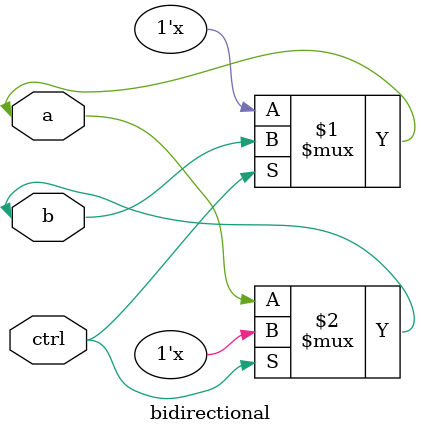
<source format=v>

module bidirectional(inout a,b,input ctrl);
  bufif1(a,b,ctrl);
  bufif0(b,a,ctrl);
  endmodule

</source>
